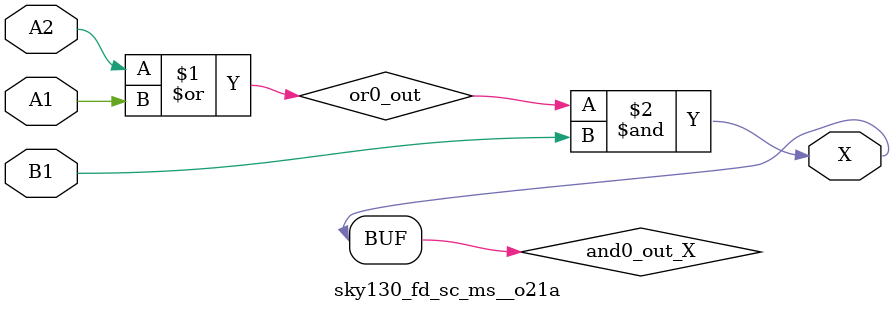
<source format=v>
/*
 * Copyright 2020 The SkyWater PDK Authors
 *
 * Licensed under the Apache License, Version 2.0 (the "License");
 * you may not use this file except in compliance with the License.
 * You may obtain a copy of the License at
 *
 *     https://www.apache.org/licenses/LICENSE-2.0
 *
 * Unless required by applicable law or agreed to in writing, software
 * distributed under the License is distributed on an "AS IS" BASIS,
 * WITHOUT WARRANTIES OR CONDITIONS OF ANY KIND, either express or implied.
 * See the License for the specific language governing permissions and
 * limitations under the License.
 *
 * SPDX-License-Identifier: Apache-2.0
*/


`ifndef SKY130_FD_SC_MS__O21A_FUNCTIONAL_V
`define SKY130_FD_SC_MS__O21A_FUNCTIONAL_V

/**
 * o21a: 2-input OR into first input of 2-input AND.
 *
 *       X = ((A1 | A2) & B1)
 *
 * Verilog simulation functional model.
 */

`timescale 1ns / 1ps
`default_nettype none

`celldefine
module sky130_fd_sc_ms__o21a (
    X ,
    A1,
    A2,
    B1
);

    // Module ports
    output X ;
    input  A1;
    input  A2;
    input  B1;

    // Local signals
    wire or0_out   ;
    wire and0_out_X;

    //  Name  Output      Other arguments
    or  or0  (or0_out   , A2, A1         );
    and and0 (and0_out_X, or0_out, B1    );
    buf buf0 (X         , and0_out_X     );

endmodule
`endcelldefine

`default_nettype wire
`endif  // SKY130_FD_SC_MS__O21A_FUNCTIONAL_V

</source>
